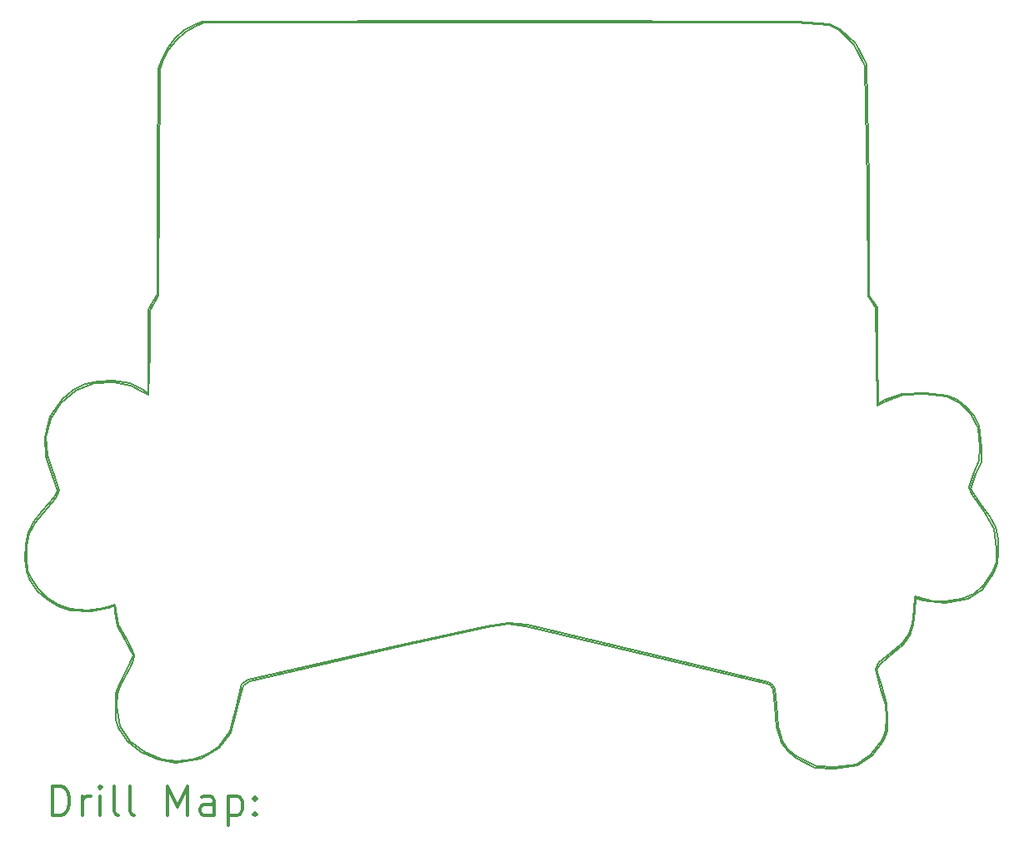
<source format=gbr>
%FSLAX45Y45*%
G04 Gerber Fmt 4.5, Leading zero omitted, Abs format (unit mm)*
G04 Created by KiCad (PCBNEW (5.0.0)) date 11/20/18 12:56:58*
%MOMM*%
%LPD*%
G01*
G04 APERTURE LIST*
%ADD10C,0.200000*%
%ADD11C,0.300000*%
G04 APERTURE END LIST*
D10*
X17243073Y-10469494D02*
X17202271Y-10447250D01*
X11013905Y-11223406D02*
X10842278Y-11147506D01*
X11823684Y-10683798D02*
X11754277Y-10946012D01*
X14363739Y-9877789D02*
X13513333Y-10063101D01*
X11196593Y-11251643D02*
X11013905Y-11223406D01*
X14750254Y-9863841D02*
X14574801Y-9840958D01*
X17491163Y-11203423D02*
X17406022Y-11128085D01*
X17202271Y-10447250D02*
X14750254Y-9863841D01*
X11445992Y-11214696D02*
X11196593Y-11251643D01*
X11637244Y-11104531D02*
X11445992Y-11214696D01*
X13513333Y-10063101D02*
X11944689Y-10420855D01*
X14574801Y-9840958D02*
X14363739Y-9877789D01*
X17406022Y-11128085D02*
X17348413Y-11049282D01*
X17690733Y-11304031D02*
X17491163Y-11203423D01*
X11754277Y-10946012D02*
X11637244Y-11104531D01*
X17268275Y-10509614D02*
X17243073Y-10469494D01*
X17284830Y-10679840D02*
X17268275Y-10509614D01*
X11876318Y-10463061D02*
X11823684Y-10683798D01*
X17348413Y-11049282D02*
X17301594Y-10893692D01*
X11944689Y-10420855D02*
X11876318Y-10463061D01*
X17301594Y-10893692D02*
X17284830Y-10679840D01*
X10623976Y-10440847D02*
X10713139Y-10274002D01*
X10587223Y-10539791D02*
X10623976Y-10440847D01*
X10581505Y-10677194D02*
X10587223Y-10539791D01*
X10587912Y-10809929D02*
X10581505Y-10677194D01*
X10613257Y-10901343D02*
X10587912Y-10809929D01*
X10701975Y-11036099D02*
X10613257Y-10901343D01*
X10842278Y-11147506D02*
X10701975Y-11036099D01*
X11003557Y-6489832D02*
X11010344Y-5340619D01*
X10960628Y-6567646D02*
X11003557Y-6489832D01*
X9941430Y-8341769D02*
X9875283Y-8138611D01*
X10686563Y-10021044D02*
X10600718Y-9862408D01*
X9955664Y-8556448D02*
X9993043Y-8485825D01*
X9665129Y-9182840D02*
X9668079Y-9032736D01*
X9789070Y-9505560D02*
X9714937Y-9399744D01*
X10511510Y-9683122D02*
X10330143Y-9716994D01*
X10713139Y-10274002D02*
X10759185Y-10162944D01*
X11047999Y-4108490D02*
X11105711Y-3991813D01*
X10917697Y-7501616D02*
X10917697Y-7073537D01*
X9993043Y-8485825D02*
X9941430Y-8341769D01*
X10574255Y-9654955D02*
X10511510Y-9683122D01*
X9668079Y-9032736D02*
X9693639Y-8911928D01*
X9886607Y-9595116D02*
X9789070Y-9505560D01*
X10759185Y-10162944D02*
X10686563Y-10021044D01*
X17504415Y-3717368D02*
X17841455Y-3741522D01*
X14589032Y-3712438D02*
X17504415Y-3717368D01*
X11017131Y-4191406D02*
X11047999Y-4108490D01*
X11010344Y-5340619D02*
X11017131Y-4191406D01*
X10917697Y-6645459D02*
X10960628Y-6567646D01*
X9914546Y-7735817D02*
X10043079Y-7553874D01*
X11465874Y-3715870D02*
X14589032Y-3712438D01*
X10562966Y-7371491D02*
X10730122Y-7394633D01*
X11282065Y-3806527D02*
X11393223Y-3745781D01*
X11184980Y-3889848D02*
X11282065Y-3806527D01*
X10861260Y-7462785D02*
X10917697Y-7501616D01*
X10043079Y-7553874D02*
X10151698Y-7464228D01*
X10600718Y-9862408D02*
X10574255Y-9717862D01*
X10270199Y-7405476D02*
X10405111Y-7375328D01*
X9676595Y-9308569D02*
X9665129Y-9182840D01*
X10330143Y-9716994D02*
X10126471Y-9706501D01*
X10574255Y-9717862D02*
X10574255Y-9654955D01*
X10151698Y-7464228D02*
X10270199Y-7405476D01*
X9875283Y-8138611D02*
X9863405Y-7945243D01*
X10126471Y-9706501D02*
X10001193Y-9663676D01*
X11393223Y-3745781D02*
X11465874Y-3715870D01*
X11105711Y-3991813D02*
X11184980Y-3889848D01*
X10730122Y-7394633D02*
X10861260Y-7462785D01*
X9833657Y-8697504D02*
X9955664Y-8556448D01*
X9714937Y-9399744D02*
X9676595Y-9308569D01*
X10917697Y-7073537D02*
X10917697Y-6645459D01*
X10405111Y-7375328D02*
X10562966Y-7371491D01*
X10001193Y-9663676D02*
X9886607Y-9595116D01*
X9863405Y-7945243D02*
X9914546Y-7735817D01*
X9693639Y-8911928D02*
X9747076Y-8805242D01*
X9747076Y-8805242D02*
X9833657Y-8697504D01*
X17841455Y-3741522D02*
X17943236Y-3792321D01*
X10762900Y-10215785D02*
X10726358Y-10287206D01*
X11359788Y-11221335D02*
X11504518Y-11170916D01*
X18106849Y-11266696D02*
X18106839Y-11266700D01*
X17419227Y-11114855D02*
X17504348Y-11190182D01*
X11863119Y-10449844D02*
X11931490Y-10407639D01*
X17314837Y-10880478D02*
X17361634Y-11036068D01*
X14763475Y-9850627D02*
X17215492Y-10434035D01*
X10699782Y-10007828D02*
X10771630Y-10155709D01*
X11741078Y-10932797D02*
X11810485Y-10670582D01*
X10771630Y-10155709D02*
X10762900Y-10215785D01*
X10468590Y-9678825D02*
X10576462Y-9645524D01*
X17361634Y-11036068D02*
X17419227Y-11114855D01*
X17281511Y-10496400D02*
X17298051Y-10666625D01*
X17256300Y-10456279D02*
X17281511Y-10496400D01*
X17703953Y-11290843D02*
X17892240Y-11299876D01*
X17215492Y-10434035D02*
X17256300Y-10456279D01*
X10576462Y-9645524D02*
X10587474Y-9702363D01*
X11205276Y-11239058D02*
X11359788Y-11221335D01*
X11056406Y-11220570D02*
X11205276Y-11239058D01*
X17298051Y-10666625D02*
X17314837Y-10880478D01*
X9798194Y-9487948D02*
X9889486Y-9574543D01*
X17892240Y-11299876D02*
X18106849Y-11266696D01*
X13500134Y-10049887D02*
X14350540Y-9864574D01*
X11810485Y-10670582D02*
X11863119Y-10449844D01*
X11504518Y-11170916D02*
X11624045Y-11091314D01*
X9889486Y-9574543D02*
X9997205Y-9642455D01*
X10726133Y-11035523D02*
X10877389Y-11144474D01*
X10594838Y-10677188D02*
X10624186Y-10884093D01*
X10726358Y-10287206D02*
X10637195Y-10454051D01*
X10624186Y-10884093D02*
X10726133Y-11035523D01*
X10600752Y-10551337D02*
X10594838Y-10677188D01*
X9678435Y-9183093D02*
X9690501Y-9297066D01*
X10637195Y-10454051D02*
X10600752Y-10551337D01*
X10587474Y-9702363D02*
X10613737Y-9848611D01*
X10297970Y-9705469D02*
X10468590Y-9678825D01*
X10116381Y-9687827D02*
X10297970Y-9705469D01*
X9690501Y-9297066D02*
X9728300Y-9386529D01*
X11624045Y-11091314D02*
X11741078Y-10932797D01*
X14573423Y-9827563D02*
X14763475Y-9850627D01*
X10877389Y-11144474D02*
X11056406Y-11220570D01*
X9728300Y-9386529D02*
X9798194Y-9487948D01*
X11931490Y-10407639D02*
X13500134Y-10049887D01*
X10613737Y-9848611D02*
X10699782Y-10007828D01*
X17504348Y-11190182D02*
X17703953Y-11290843D01*
X9997205Y-9642455D02*
X10116381Y-9687827D01*
X14350540Y-9864574D02*
X14573423Y-9827563D01*
X18312088Y-7126197D02*
X18308328Y-6633162D01*
X10558698Y-7384891D02*
X10361170Y-7394795D01*
X11479098Y-3729074D02*
X11406446Y-3758985D01*
X14589045Y-3725641D02*
X11479098Y-3729074D01*
X19407954Y-8697379D02*
X19280201Y-8522308D01*
X10006264Y-8485819D02*
X9972916Y-8563533D01*
X9954649Y-8328553D02*
X10006264Y-8485819D01*
X11118935Y-4005016D02*
X11061223Y-4121692D01*
X9888751Y-8127073D02*
X9954649Y-8328553D01*
X9876976Y-7944043D02*
X9888751Y-8127073D01*
X9922921Y-7760645D02*
X9876976Y-7944043D01*
X10027729Y-7597996D02*
X9922921Y-7760645D01*
X11198204Y-3903052D02*
X11118935Y-4005016D01*
X19179575Y-9587058D02*
X19308045Y-9534087D01*
X18088114Y-3952197D02*
X17930040Y-3805526D01*
X10178208Y-7471058D02*
X10027729Y-7597996D01*
X10739084Y-7414417D02*
X10558698Y-7384891D01*
X18222005Y-5367039D02*
X18197381Y-4164988D01*
X18308328Y-6633162D02*
X18268700Y-6574706D01*
X18326255Y-7619230D02*
X18312088Y-7126197D01*
X11030355Y-4204610D02*
X11023568Y-5353823D01*
X19357654Y-8177756D02*
X19364779Y-8041930D01*
X11295289Y-3819730D02*
X11198204Y-3903052D01*
X19530323Y-9216868D02*
X19535919Y-9078863D01*
X17930040Y-3805526D02*
X17828276Y-3754729D01*
X19268896Y-7705092D02*
X19158864Y-7599954D01*
X19308045Y-9534087D02*
X19408951Y-9445694D01*
X18803677Y-7504392D02*
X18585937Y-7514588D01*
X19308934Y-8297478D02*
X19357654Y-8177756D01*
X18197381Y-4164988D02*
X18088114Y-3952197D01*
X19023625Y-7532637D02*
X18803677Y-7504392D01*
X19490808Y-9316631D02*
X19530323Y-9216868D01*
X19015027Y-9609852D02*
X19179575Y-9587058D01*
X10916786Y-7513550D02*
X10847139Y-7475354D01*
X10930921Y-6658661D02*
X10930921Y-7086105D01*
X10973851Y-6580848D02*
X10930921Y-6658661D01*
X11016781Y-6503035D02*
X10973851Y-6580848D01*
X19280201Y-8522308D02*
X19252795Y-8451246D01*
X19252795Y-8451246D02*
X19308934Y-8297478D01*
X11023568Y-5353823D02*
X11016781Y-6503035D01*
X11061223Y-4121692D02*
X11030355Y-4204610D01*
X18268700Y-6574706D02*
X18229072Y-6516251D01*
X19535919Y-9078863D02*
X19510289Y-8873044D01*
X11406446Y-3758985D02*
X11295289Y-3819730D01*
X19408951Y-9445694D02*
X19490808Y-9316631D01*
X19158864Y-7599954D02*
X19023625Y-7532637D01*
X19344471Y-7849102D02*
X19268896Y-7705092D01*
X18229072Y-6516251D02*
X18222005Y-5367039D01*
X19364779Y-8041930D02*
X19344471Y-7849102D01*
X18794187Y-9588966D02*
X18886452Y-9610656D01*
X17828276Y-3754729D02*
X17492353Y-3730576D01*
X17492353Y-3730576D02*
X14589045Y-3725641D01*
X18409138Y-7579975D02*
X18326255Y-7619230D01*
X19510289Y-8873044D02*
X19407954Y-8697379D01*
X18585937Y-7514588D02*
X18409138Y-7579975D01*
X9681384Y-9041168D02*
X9678435Y-9183093D01*
X9707431Y-8923567D02*
X9681384Y-9041168D01*
X9761091Y-8817632D02*
X9707431Y-8923567D01*
X9846878Y-8710706D02*
X9761091Y-8817632D01*
X9972916Y-8563533D02*
X9846878Y-8710706D01*
X10361170Y-7394795D02*
X10178208Y-7471058D01*
X18886452Y-9610656D02*
X19015027Y-9609852D01*
X10847139Y-7475354D02*
X10739084Y-7414417D01*
X10930921Y-7086105D02*
X10916786Y-7513550D01*
X18242268Y-6503046D02*
X18281896Y-6561502D01*
X19270792Y-8468886D02*
X19365534Y-8610574D01*
X18714689Y-9579509D02*
X18707309Y-9712259D01*
X19304866Y-7724007D02*
X19354914Y-7823981D01*
X19139766Y-7565859D02*
X19231131Y-7636032D01*
X18640854Y-9944060D02*
X18677889Y-9837135D01*
X18469059Y-10124555D02*
X18574228Y-10034194D01*
X18301720Y-10305767D02*
X18335099Y-10236591D01*
X18413664Y-10796356D02*
X18404640Y-10659756D01*
X18407417Y-10922003D02*
X18413664Y-10796356D01*
X18106839Y-11266700D02*
X18258213Y-11167078D01*
X18235201Y-5353834D02*
X18242268Y-6503046D01*
X17892183Y-11313155D02*
X17690687Y-11304044D01*
X19554325Y-9116956D02*
X19542618Y-9232601D01*
X18271403Y-11180249D02*
X18120000Y-11280000D01*
X18426938Y-10796360D02*
X18420857Y-10933596D01*
X19231131Y-7636032D02*
X19304866Y-7724007D01*
X18575463Y-7500851D02*
X18803669Y-7491059D01*
X18101310Y-3938992D02*
X18210577Y-4151783D01*
X18418521Y-10648752D02*
X18426938Y-10796360D01*
X18314881Y-10305772D02*
X18370799Y-10491413D01*
X18587158Y-10047601D02*
X18482222Y-10137768D01*
X18653796Y-9957697D02*
X18587158Y-10047601D01*
X19245734Y-9586631D02*
X19012232Y-9625237D01*
X19378237Y-8193841D02*
X19320403Y-8314984D01*
X18803669Y-7491059D02*
X19036827Y-7519290D01*
X19542618Y-9232601D02*
X19503822Y-9329846D01*
X18325284Y-7111475D02*
X18329044Y-7602992D01*
X19365534Y-8610574D02*
X19463901Y-8745868D01*
X19354914Y-7823981D02*
X19378081Y-8041935D01*
X19389834Y-9490403D02*
X19245734Y-9586631D01*
X19320403Y-8314984D02*
X19270792Y-8468886D01*
X19550792Y-8978929D02*
X19554325Y-9116956D01*
X18706921Y-9561003D02*
X18794187Y-9588966D01*
X17943236Y-3792321D02*
X18101310Y-3938992D01*
X18694283Y-9696400D02*
X18706921Y-9561003D01*
X18677889Y-9837135D02*
X18694283Y-9696400D01*
X18707309Y-9712259D02*
X18690919Y-9851451D01*
X18690919Y-9851451D02*
X18653796Y-9957697D01*
X18404640Y-10659756D02*
X18357525Y-10504618D01*
X19036827Y-7519290D02*
X19139766Y-7565859D01*
X17690687Y-11304044D02*
X17690733Y-11304031D01*
X19012232Y-9625237D02*
X18788881Y-9604828D01*
X18574228Y-10034194D02*
X18640854Y-9944060D01*
X19503822Y-9329846D02*
X19389834Y-9490403D01*
X18370799Y-10491413D02*
X18418521Y-10648752D01*
X18353940Y-10244302D02*
X18314881Y-10305772D01*
X18370750Y-11016578D02*
X18407417Y-10922003D01*
X18482222Y-10137768D02*
X18353940Y-10244302D01*
X19463901Y-8745868D02*
X19523152Y-8861943D01*
X18281896Y-6561502D02*
X18321524Y-6619957D01*
X18383912Y-11029791D02*
X18271403Y-11180249D01*
X18398722Y-7565253D02*
X18575463Y-7500851D01*
X18788881Y-9604828D02*
X18714689Y-9579509D01*
X18420857Y-10933596D02*
X18383912Y-11029791D01*
X18335099Y-10236591D02*
X18469059Y-10124555D01*
X19378081Y-8041935D02*
X19378237Y-8193841D01*
X18357525Y-10504618D02*
X18301720Y-10305767D01*
X18258213Y-11167078D02*
X18370750Y-11016578D01*
X19523152Y-8861943D02*
X19550792Y-8978929D01*
X18210577Y-4151783D02*
X18235201Y-5353834D01*
X18321524Y-6619957D02*
X18325284Y-7111475D01*
X18329044Y-7602992D02*
X18398722Y-7565253D01*
X18120000Y-11280000D02*
X17892183Y-11313155D01*
D10*
D11*
X9941557Y-11788869D02*
X9941557Y-11488869D01*
X10012986Y-11488869D01*
X10055843Y-11503155D01*
X10084414Y-11531726D01*
X10098700Y-11560298D01*
X10112986Y-11617441D01*
X10112986Y-11660298D01*
X10098700Y-11717441D01*
X10084414Y-11746012D01*
X10055843Y-11774583D01*
X10012986Y-11788869D01*
X9941557Y-11788869D01*
X10241557Y-11788869D02*
X10241557Y-11588869D01*
X10241557Y-11646012D02*
X10255843Y-11617441D01*
X10270129Y-11603155D01*
X10298700Y-11588869D01*
X10327272Y-11588869D01*
X10427272Y-11788869D02*
X10427272Y-11588869D01*
X10427272Y-11488869D02*
X10412986Y-11503155D01*
X10427272Y-11517441D01*
X10441557Y-11503155D01*
X10427272Y-11488869D01*
X10427272Y-11517441D01*
X10612986Y-11788869D02*
X10584414Y-11774583D01*
X10570129Y-11746012D01*
X10570129Y-11488869D01*
X10770129Y-11788869D02*
X10741557Y-11774583D01*
X10727272Y-11746012D01*
X10727272Y-11488869D01*
X11112986Y-11788869D02*
X11112986Y-11488869D01*
X11212986Y-11703155D01*
X11312986Y-11488869D01*
X11312986Y-11788869D01*
X11584414Y-11788869D02*
X11584414Y-11631726D01*
X11570129Y-11603155D01*
X11541557Y-11588869D01*
X11484414Y-11588869D01*
X11455843Y-11603155D01*
X11584414Y-11774583D02*
X11555843Y-11788869D01*
X11484414Y-11788869D01*
X11455843Y-11774583D01*
X11441557Y-11746012D01*
X11441557Y-11717441D01*
X11455843Y-11688869D01*
X11484414Y-11674583D01*
X11555843Y-11674583D01*
X11584414Y-11660298D01*
X11727271Y-11588869D02*
X11727271Y-11888869D01*
X11727271Y-11603155D02*
X11755843Y-11588869D01*
X11812986Y-11588869D01*
X11841557Y-11603155D01*
X11855843Y-11617441D01*
X11870129Y-11646012D01*
X11870129Y-11731726D01*
X11855843Y-11760298D01*
X11841557Y-11774583D01*
X11812986Y-11788869D01*
X11755843Y-11788869D01*
X11727271Y-11774583D01*
X11998700Y-11760298D02*
X12012986Y-11774583D01*
X11998700Y-11788869D01*
X11984414Y-11774583D01*
X11998700Y-11760298D01*
X11998700Y-11788869D01*
X11998700Y-11603155D02*
X12012986Y-11617441D01*
X11998700Y-11631726D01*
X11984414Y-11617441D01*
X11998700Y-11603155D01*
X11998700Y-11631726D01*
M02*

</source>
